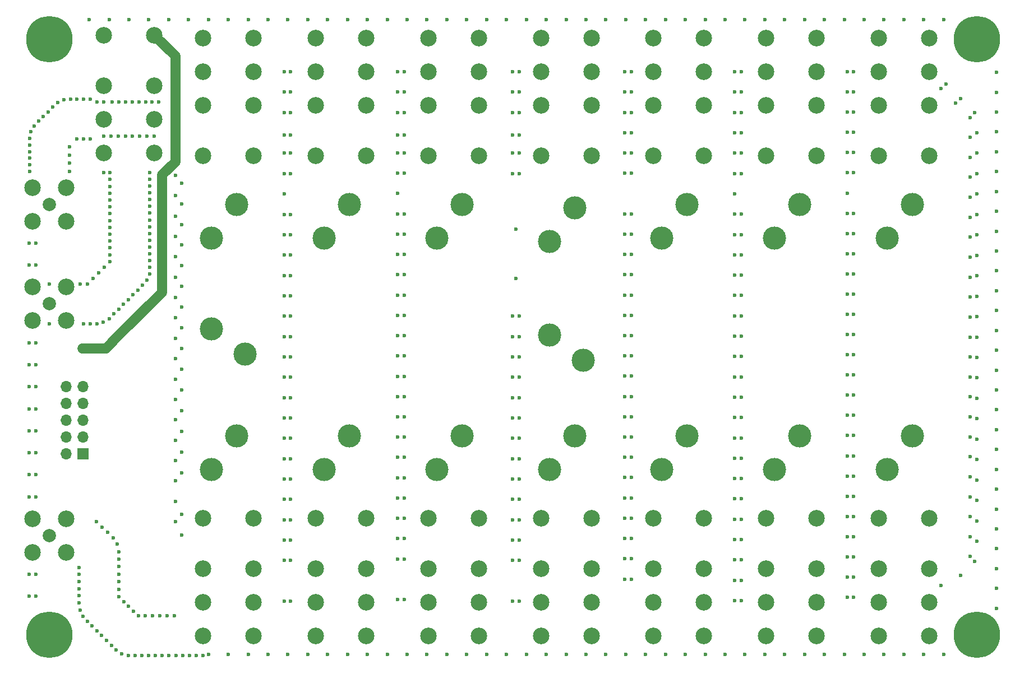
<source format=gbr>
%TF.GenerationSoftware,KiCad,Pcbnew,(5.1.5)-3*%
%TF.CreationDate,2020-05-03T15:54:47+02:00*%
%TF.ProjectId,LPF,4c50462e-6b69-4636-9164-5f7063625858,rev?*%
%TF.SameCoordinates,Original*%
%TF.FileFunction,Copper,L2,Inr*%
%TF.FilePolarity,Positive*%
%FSLAX46Y46*%
G04 Gerber Fmt 4.6, Leading zero omitted, Abs format (unit mm)*
G04 Created by KiCad (PCBNEW (5.1.5)-3) date 2020-05-03 15:54:47*
%MOMM*%
%LPD*%
G04 APERTURE LIST*
%ADD10C,2.500000*%
%ADD11R,1.700000X1.700000*%
%ADD12O,1.700000X1.700000*%
%ADD13C,3.500000*%
%ADD14C,2.499360*%
%ADD15C,1.998980*%
%ADD16C,7.000000*%
%ADD17C,0.600000*%
%ADD18C,1.500000*%
G04 APERTURE END LIST*
D10*
X79060000Y-43880000D03*
X71440000Y-43880000D03*
X79060000Y-51500000D03*
X71440000Y-51500000D03*
X79060000Y-56580000D03*
X71440000Y-56580000D03*
X79060000Y-61660000D03*
X71440000Y-61660000D03*
D11*
X68290000Y-107120000D03*
D12*
X65750000Y-107120000D03*
X68290000Y-104580000D03*
X65750000Y-104580000D03*
X68290000Y-102040000D03*
X65750000Y-102040000D03*
X68290000Y-99500000D03*
X65750000Y-99500000D03*
X68290000Y-96960000D03*
X65750000Y-96960000D03*
D13*
X138710000Y-75040000D03*
X142520000Y-69960000D03*
X91520000Y-69460000D03*
X87710000Y-74540000D03*
X193520000Y-69460000D03*
X189710000Y-74540000D03*
X172710000Y-74540000D03*
X176520000Y-69460000D03*
X155710000Y-74540000D03*
X159520000Y-69460000D03*
X125520000Y-69460000D03*
X121710000Y-74540000D03*
X104710000Y-74540000D03*
X108520000Y-69460000D03*
X87710000Y-88230000D03*
X92790000Y-92040000D03*
X138710000Y-89230000D03*
X143790000Y-93040000D03*
X193520000Y-104460000D03*
X189710000Y-109540000D03*
X172710000Y-109540000D03*
X176520000Y-104460000D03*
X159520000Y-104460000D03*
X155710000Y-109540000D03*
X121710000Y-109540000D03*
X125520000Y-104460000D03*
X104710000Y-109540000D03*
X108520000Y-104460000D03*
X87710000Y-109540000D03*
X91520000Y-104460000D03*
X142520000Y-104460000D03*
X138710000Y-109540000D03*
D14*
X65790000Y-81960000D03*
X60710000Y-81960000D03*
X60710000Y-87040000D03*
X65790000Y-87040000D03*
D15*
X63250000Y-84500000D03*
X63250000Y-119500000D03*
D14*
X65790000Y-122040000D03*
X60710000Y-122040000D03*
X60710000Y-116960000D03*
X65790000Y-116960000D03*
D15*
X63250000Y-69500000D03*
D14*
X65790000Y-72040000D03*
X60710000Y-72040000D03*
X60710000Y-66960000D03*
X65790000Y-66960000D03*
D10*
X188440000Y-62120000D03*
X196060000Y-62120000D03*
X188440000Y-54500000D03*
X196060000Y-54500000D03*
X188440000Y-49420000D03*
X196060000Y-49420000D03*
X188440000Y-44340000D03*
X196060000Y-44340000D03*
X179060000Y-44340000D03*
X171440000Y-44340000D03*
X179060000Y-49420000D03*
X171440000Y-49420000D03*
X179060000Y-54500000D03*
X171440000Y-54500000D03*
X179060000Y-62120000D03*
X171440000Y-62120000D03*
X154440000Y-62120000D03*
X162060000Y-62120000D03*
X154440000Y-54500000D03*
X162060000Y-54500000D03*
X154440000Y-49420000D03*
X162060000Y-49420000D03*
X154440000Y-44340000D03*
X162060000Y-44340000D03*
X145060000Y-44340000D03*
X137440000Y-44340000D03*
X145060000Y-49420000D03*
X137440000Y-49420000D03*
X145060000Y-54500000D03*
X137440000Y-54500000D03*
X145060000Y-62120000D03*
X137440000Y-62120000D03*
X128060000Y-44340000D03*
X120440000Y-44340000D03*
X128060000Y-49420000D03*
X120440000Y-49420000D03*
X128060000Y-54500000D03*
X120440000Y-54500000D03*
X128060000Y-62120000D03*
X120440000Y-62120000D03*
X103440000Y-62120000D03*
X111060000Y-62120000D03*
X103440000Y-54500000D03*
X111060000Y-54500000D03*
X103440000Y-49420000D03*
X111060000Y-49420000D03*
X103440000Y-44340000D03*
X111060000Y-44340000D03*
X94060000Y-44340000D03*
X86440000Y-44340000D03*
X94060000Y-49420000D03*
X86440000Y-49420000D03*
X94060000Y-54500000D03*
X86440000Y-54500000D03*
X94060000Y-62120000D03*
X86440000Y-62120000D03*
X196060000Y-116880000D03*
X188440000Y-116880000D03*
X196060000Y-124500000D03*
X188440000Y-124500000D03*
X196060000Y-129580000D03*
X188440000Y-129580000D03*
X196060000Y-134660000D03*
X188440000Y-134660000D03*
X171440000Y-134660000D03*
X179060000Y-134660000D03*
X171440000Y-129580000D03*
X179060000Y-129580000D03*
X171440000Y-124500000D03*
X179060000Y-124500000D03*
X171440000Y-116880000D03*
X179060000Y-116880000D03*
X162060000Y-116880000D03*
X154440000Y-116880000D03*
X162060000Y-124500000D03*
X154440000Y-124500000D03*
X162060000Y-129580000D03*
X154440000Y-129580000D03*
X162060000Y-134660000D03*
X154440000Y-134660000D03*
X137440000Y-134660000D03*
X145060000Y-134660000D03*
X137440000Y-129580000D03*
X145060000Y-129580000D03*
X137440000Y-124500000D03*
X145060000Y-124500000D03*
X137440000Y-116880000D03*
X145060000Y-116880000D03*
X120440000Y-134660000D03*
X128060000Y-134660000D03*
X120440000Y-129580000D03*
X128060000Y-129580000D03*
X120440000Y-124500000D03*
X128060000Y-124500000D03*
X120440000Y-116880000D03*
X128060000Y-116880000D03*
X111060000Y-116880000D03*
X103440000Y-116880000D03*
X111060000Y-124500000D03*
X103440000Y-124500000D03*
X111060000Y-129580000D03*
X103440000Y-129580000D03*
X111060000Y-134660000D03*
X103440000Y-134660000D03*
X94060000Y-116880000D03*
X86440000Y-116880000D03*
X94060000Y-124500000D03*
X86440000Y-124500000D03*
X94060000Y-129580000D03*
X86440000Y-129580000D03*
X94060000Y-134660000D03*
X86440000Y-134660000D03*
D16*
X63250000Y-44500000D03*
X203250000Y-44500000D03*
X203250000Y-134500000D03*
X63250000Y-134500000D03*
D17*
X60210000Y-75346666D03*
X60210000Y-78653333D03*
X61210000Y-78653333D03*
X61210000Y-75346666D03*
X60210000Y-125346666D03*
X60210000Y-128653333D03*
X61210000Y-128653333D03*
X61210000Y-125346666D03*
X60210000Y-90364444D03*
X60210000Y-93688888D03*
X60210000Y-97013333D03*
X60210000Y-100337777D03*
X60210000Y-103662222D03*
X60210000Y-106986666D03*
X60210000Y-110311111D03*
X60210000Y-113635555D03*
X61210000Y-113635555D03*
X61210000Y-110311111D03*
X61210000Y-106986666D03*
X61210000Y-103662222D03*
X61210000Y-100337777D03*
X61210000Y-97013333D03*
X61210000Y-93688888D03*
X61210000Y-90364444D03*
X133170000Y-52496923D03*
X133170000Y-55573846D03*
X133170000Y-59000000D03*
X133170000Y-61727692D03*
X133170000Y-64804615D03*
X133170000Y-86343076D03*
X133170000Y-89420000D03*
X133170000Y-92496923D03*
X133170000Y-95573846D03*
X133170000Y-98650769D03*
X133170000Y-101727692D03*
X133170000Y-104804615D03*
X133170000Y-107881538D03*
X133170000Y-110958461D03*
X133170000Y-114035384D03*
X133170000Y-117112307D03*
X133170000Y-120189230D03*
X133170000Y-123266153D03*
X133170000Y-49420000D03*
X133170000Y-129420000D03*
X134170000Y-123266153D03*
X134170000Y-120189230D03*
X134170000Y-117112307D03*
X134170000Y-114035384D03*
X134170000Y-110958461D03*
X134170000Y-107881538D03*
X134170000Y-104804615D03*
X134170000Y-101727692D03*
X134170000Y-98650769D03*
X134170000Y-95573846D03*
X134170000Y-92496923D03*
X134170000Y-89420000D03*
X134170000Y-86343076D03*
X134170000Y-64804615D03*
X134170000Y-61727692D03*
X134170000Y-59000000D03*
X134170000Y-55573846D03*
X134170000Y-52496923D03*
X134170000Y-129420000D03*
X134170000Y-49420000D03*
X82250000Y-65055995D03*
X82250000Y-68135871D03*
X82250000Y-71215746D03*
X82250000Y-74295622D03*
X82250000Y-77375497D03*
X82250000Y-80455373D03*
X82250000Y-83535248D03*
X82250000Y-86615124D03*
X82250000Y-89695000D03*
X82250000Y-92774875D03*
X82250000Y-95854751D03*
X82250000Y-98934626D03*
X82250000Y-102014502D03*
X82250000Y-105094377D03*
X82250000Y-108174253D03*
X82250000Y-111254128D03*
X82250000Y-114334004D03*
X82250000Y-117413879D03*
X83250000Y-119424129D03*
X83250000Y-116294747D03*
X83250000Y-110035983D03*
X83250000Y-106906601D03*
X83250000Y-103777219D03*
X83250000Y-100647837D03*
X83250000Y-97518455D03*
X83250000Y-94389073D03*
X83250000Y-91259691D03*
X83250000Y-88130308D03*
X83250000Y-85000926D03*
X83250000Y-81871544D03*
X83250000Y-78742162D03*
X83250000Y-75612780D03*
X83250000Y-72483398D03*
X83250000Y-69354016D03*
X83250000Y-66224634D03*
X200781836Y-125565270D03*
X202965977Y-123381129D03*
X203250000Y-120388419D03*
X203250000Y-117299577D03*
X203250000Y-114210735D03*
X203250000Y-111121893D03*
X203250000Y-108033051D03*
X203250000Y-104944209D03*
X203250000Y-101855367D03*
X203250000Y-98766525D03*
X203250000Y-95677683D03*
X203250000Y-92588841D03*
X203250000Y-89499999D03*
X203250000Y-86411157D03*
X203250000Y-83322316D03*
X203250000Y-80233474D03*
X203250000Y-77144632D03*
X203250000Y-74055790D03*
X203250000Y-70966948D03*
X203250000Y-67878106D03*
X203250000Y-64789264D03*
X203250000Y-61700422D03*
X203250000Y-58611580D03*
X202965977Y-55618870D03*
X200781836Y-53434729D03*
X198597695Y-51250588D03*
X197887632Y-51954737D03*
X200068816Y-54135921D03*
X202250000Y-59333732D03*
X202250000Y-62350359D03*
X202250000Y-65366986D03*
X202250000Y-68383612D03*
X202250000Y-71400239D03*
X202250000Y-74416866D03*
X202250000Y-77433493D03*
X202250000Y-80450119D03*
X202250000Y-83466746D03*
X202250000Y-86483373D03*
X202250000Y-89500000D03*
X202250000Y-92516626D03*
X202250000Y-95533253D03*
X202250000Y-98549880D03*
X202250000Y-101566506D03*
X202250000Y-104583133D03*
X202250000Y-107599760D03*
X202250000Y-110616387D03*
X202250000Y-113633013D03*
X202250000Y-116649640D03*
X202250000Y-119666267D03*
X197887632Y-127045262D03*
X202250000Y-56317106D03*
X202250000Y-122682894D03*
X183670000Y-52474230D03*
X183670000Y-55528461D03*
X183670000Y-58582692D03*
X183670000Y-61636923D03*
X183670000Y-64691153D03*
X183670000Y-67745384D03*
X183670000Y-70799615D03*
X183670000Y-73853846D03*
X183670000Y-76908076D03*
X183670000Y-79962307D03*
X183670000Y-83016538D03*
X183670000Y-86070769D03*
X183670000Y-89125000D03*
X183670000Y-92179230D03*
X183670000Y-95233461D03*
X183670000Y-98287692D03*
X183670000Y-101341923D03*
X183670000Y-104396153D03*
X183670000Y-107450384D03*
X183670000Y-110504615D03*
X183670000Y-113558846D03*
X183670000Y-116613076D03*
X183670000Y-119667307D03*
X183670000Y-122721538D03*
X183670000Y-125775769D03*
X183670000Y-49420000D03*
X183670000Y-128830000D03*
X184670000Y-125775769D03*
X184670000Y-122721538D03*
X184670000Y-119667307D03*
X184670000Y-116613076D03*
X184670000Y-113558846D03*
X184670000Y-110504615D03*
X184670000Y-107450384D03*
X184670000Y-104396153D03*
X184670000Y-101341923D03*
X184670000Y-98287692D03*
X184670000Y-95233461D03*
X184670000Y-92179230D03*
X184670000Y-89125000D03*
X184670000Y-86070769D03*
X184670000Y-83016538D03*
X184670000Y-79962307D03*
X184670000Y-76908076D03*
X184670000Y-73853846D03*
X184670000Y-70799615D03*
X184670000Y-64691153D03*
X184670000Y-61636923D03*
X184670000Y-58582692D03*
X184670000Y-55528461D03*
X184670000Y-52474230D03*
X184670000Y-128830000D03*
X184670000Y-49420000D03*
X166670000Y-52493461D03*
X166670000Y-55566923D03*
X166670000Y-58640384D03*
X166670000Y-61713846D03*
X166670000Y-64787307D03*
X166670000Y-67860769D03*
X166670000Y-70934230D03*
X166670000Y-74007692D03*
X166670000Y-77081153D03*
X166670000Y-80154615D03*
X166670000Y-83228076D03*
X166670000Y-86301538D03*
X166670000Y-89375000D03*
X166670000Y-92448461D03*
X166670000Y-95521923D03*
X166670000Y-98595384D03*
X166670000Y-101668846D03*
X166670000Y-104742307D03*
X166670000Y-107815769D03*
X166670000Y-110889230D03*
X166670000Y-113962692D03*
X166670000Y-117036153D03*
X166670000Y-120109615D03*
X166670000Y-123183076D03*
X166670000Y-126256538D03*
X166670000Y-49420000D03*
X166670000Y-129330000D03*
X167670000Y-126256538D03*
X167670000Y-123183076D03*
X167670000Y-120109615D03*
X167670000Y-117036153D03*
X167670000Y-113962692D03*
X167670000Y-110889230D03*
X167670000Y-107815769D03*
X167670000Y-104742307D03*
X167670000Y-101668846D03*
X167670000Y-98595384D03*
X167670000Y-95521923D03*
X167670000Y-92448461D03*
X167670000Y-89375000D03*
X167670000Y-86301538D03*
X167670000Y-83228076D03*
X167670000Y-80154615D03*
X167670000Y-77081153D03*
X167670000Y-74007692D03*
X167670000Y-70934230D03*
X167670000Y-64787307D03*
X167670000Y-61713846D03*
X167670000Y-58640384D03*
X167670000Y-55566923D03*
X167670000Y-52493461D03*
X167670000Y-129330000D03*
X167670000Y-49420000D03*
X150080000Y-52486400D03*
X150080000Y-55552800D03*
X150080000Y-58619200D03*
X150080000Y-61685600D03*
X150080000Y-64752000D03*
X150080000Y-70884800D03*
X150080000Y-73951200D03*
X150080000Y-77017600D03*
X150080000Y-80084000D03*
X150080000Y-83150400D03*
X150080000Y-86216800D03*
X150080000Y-89283200D03*
X150080000Y-92349600D03*
X150080000Y-95416000D03*
X150080000Y-98482400D03*
X150080000Y-101548800D03*
X150080000Y-104615200D03*
X150080000Y-107681600D03*
X150080000Y-110748000D03*
X150080000Y-113814400D03*
X150080000Y-116880800D03*
X150080000Y-119947200D03*
X150080000Y-123013600D03*
X150080000Y-49420000D03*
X150080000Y-126080000D03*
X151080000Y-123013600D03*
X151080000Y-119947200D03*
X151080000Y-116880800D03*
X151080000Y-113814400D03*
X151080000Y-110748000D03*
X151080000Y-107681600D03*
X151080000Y-104615200D03*
X151080000Y-101548800D03*
X151080000Y-98482400D03*
X151080000Y-95416000D03*
X151080000Y-92349600D03*
X151080000Y-89283200D03*
X151080000Y-86216800D03*
X151080000Y-83150400D03*
X151080000Y-80084000D03*
X151080000Y-77017600D03*
X151080000Y-73951200D03*
X151080000Y-70884800D03*
X151080000Y-64752000D03*
X151080000Y-61685600D03*
X151080000Y-58619200D03*
X151080000Y-55552800D03*
X151080000Y-52486400D03*
X151080000Y-126080000D03*
X151080000Y-49420000D03*
X98670000Y-52496923D03*
X98670000Y-55573846D03*
X98670000Y-59000000D03*
X98670000Y-61727692D03*
X98670000Y-64804615D03*
X98670000Y-67881538D03*
X98670000Y-70958461D03*
X98670000Y-74035384D03*
X98670000Y-77112307D03*
X98670000Y-80189230D03*
X98670000Y-83266153D03*
X98670000Y-86343076D03*
X98670000Y-89420000D03*
X98670000Y-92496923D03*
X98670000Y-95573846D03*
X98670000Y-98650769D03*
X98670000Y-101727692D03*
X98670000Y-104804615D03*
X98670000Y-107881538D03*
X98670000Y-110958461D03*
X98670000Y-114035384D03*
X98670000Y-117112307D03*
X98670000Y-120189230D03*
X98670000Y-123266153D03*
X98670000Y-49420000D03*
X98670000Y-129420000D03*
X99670000Y-123266153D03*
X99670000Y-120189230D03*
X99670000Y-117112307D03*
X99670000Y-114035384D03*
X99670000Y-110958461D03*
X99670000Y-107881538D03*
X99670000Y-104804615D03*
X99670000Y-101727692D03*
X99670000Y-98650769D03*
X99670000Y-95573846D03*
X99670000Y-92496923D03*
X99670000Y-89420000D03*
X99670000Y-86343076D03*
X99670000Y-83266153D03*
X99670000Y-80189230D03*
X99670000Y-77112307D03*
X99670000Y-74035384D03*
X99670000Y-70958461D03*
X99670000Y-64804615D03*
X99670000Y-61727692D03*
X99670000Y-59000000D03*
X99670000Y-55573846D03*
X99670000Y-52496923D03*
X99670000Y-129420000D03*
X99670000Y-49420000D03*
X115830000Y-52487307D03*
X115830000Y-55554615D03*
X115830000Y-59000000D03*
X115830000Y-61689230D03*
X115830000Y-64756538D03*
X115830000Y-67823846D03*
X115830000Y-70891153D03*
X115830000Y-73958461D03*
X115830000Y-77025769D03*
X115830000Y-80093076D03*
X115830000Y-83160384D03*
X115830000Y-86227692D03*
X115830000Y-89295000D03*
X115830000Y-92362307D03*
X115830000Y-95429615D03*
X115830000Y-98496923D03*
X115830000Y-101564230D03*
X115830000Y-104631538D03*
X115830000Y-107698846D03*
X115830000Y-110766153D03*
X115830000Y-113833461D03*
X115830000Y-116900769D03*
X115830000Y-119968076D03*
X115830000Y-123035384D03*
X115830000Y-49420000D03*
X115830000Y-129170000D03*
X116830000Y-123035384D03*
X116830000Y-119968076D03*
X116830000Y-116900769D03*
X116830000Y-113833461D03*
X116830000Y-110766153D03*
X116830000Y-107698846D03*
X116830000Y-104631538D03*
X116830000Y-101564230D03*
X116830000Y-98496923D03*
X116830000Y-95429615D03*
X116830000Y-92362307D03*
X116830000Y-89295000D03*
X116830000Y-86227692D03*
X116830000Y-83160384D03*
X116830000Y-80093076D03*
X116830000Y-77025769D03*
X116830000Y-73958461D03*
X116830000Y-70891153D03*
X116830000Y-64756538D03*
X116830000Y-61689230D03*
X116830000Y-59000000D03*
X116830000Y-55554615D03*
X116830000Y-52487307D03*
X116830000Y-129170000D03*
X116830000Y-49420000D03*
X67750000Y-124316331D03*
X67750000Y-125390023D03*
X67750000Y-126463715D03*
X67750000Y-127537407D03*
X67750000Y-128611099D03*
X67750000Y-129684791D03*
X68266017Y-131682209D03*
X68951807Y-132444446D03*
X69678246Y-133170885D03*
X70404685Y-133897324D03*
X71131124Y-134623763D03*
X71857564Y-135350203D03*
X72584003Y-136076642D03*
X73310553Y-136802969D03*
X74152049Y-137383519D03*
X75139628Y-137647791D03*
X76166601Y-137660000D03*
X77193941Y-137660000D03*
X78221281Y-137660000D03*
X79248621Y-137660000D03*
X80275961Y-137660000D03*
X81303301Y-137660000D03*
X82330641Y-137660000D03*
X83357981Y-137660000D03*
X84385321Y-137660000D03*
X85412661Y-137660000D03*
X67845373Y-130750428D03*
X86440000Y-137660000D03*
X82090063Y-131660000D03*
X81002578Y-131660000D03*
X79915094Y-131660000D03*
X78827609Y-131660000D03*
X77740125Y-131660000D03*
X75926980Y-130934340D03*
X75201320Y-130208680D03*
X74475660Y-129483020D03*
X73750000Y-127619735D03*
X73750000Y-126482111D03*
X73750000Y-125344487D03*
X73750000Y-124206863D03*
X73750000Y-123069239D03*
X73500149Y-120801382D03*
X72841962Y-119849321D03*
X72018415Y-119025774D03*
X71194868Y-118202227D03*
X76652640Y-131660000D03*
X73750000Y-128757360D03*
X73749221Y-121931621D03*
X70371320Y-117378680D03*
X66250000Y-63247546D03*
X66250000Y-61995093D03*
X68419480Y-59580000D03*
X69426320Y-59580000D03*
X66250000Y-64500000D03*
X66250000Y-60742640D03*
X67412640Y-59580000D03*
X70434111Y-54000000D03*
X69428222Y-53580000D03*
X68422333Y-53580000D03*
X67416444Y-53580000D03*
X66410555Y-53580000D03*
X65412941Y-53677094D03*
X64499901Y-54087858D03*
X63751046Y-54756314D03*
X63039775Y-55467585D03*
X62328504Y-56178856D03*
X61617233Y-56890127D03*
X60918052Y-57612669D03*
X60426887Y-58485095D03*
X60250145Y-59470554D03*
X60250000Y-60476443D03*
X60250000Y-61482332D03*
X60250000Y-62488221D03*
X60250000Y-63494110D03*
X71440000Y-54000000D03*
X60250000Y-64500000D03*
X68354505Y-87500000D03*
X69375406Y-87500000D03*
X70396249Y-87496433D03*
X71387982Y-87275787D03*
X72249199Y-86736784D03*
X72974352Y-86018288D03*
X73696238Y-85296402D03*
X74418124Y-84574516D03*
X75140010Y-83852630D03*
X75861896Y-83130744D03*
X76583782Y-82408858D03*
X77305668Y-81686972D03*
X77965264Y-80911824D03*
X78343359Y-79968816D03*
X78410000Y-78952613D03*
X78410000Y-77931712D03*
X78410000Y-76910811D03*
X78410000Y-75889910D03*
X78410000Y-74869009D03*
X78410000Y-73848108D03*
X78410000Y-72827207D03*
X78410000Y-71806306D03*
X78410000Y-70785405D03*
X78410000Y-69764504D03*
X78410000Y-68743603D03*
X78410000Y-67722702D03*
X78410000Y-66701801D03*
X78410000Y-65680900D03*
X63250000Y-87500000D03*
X78410000Y-64660000D03*
X77971429Y-59160000D03*
X76882858Y-59160000D03*
X75794286Y-59160000D03*
X74705715Y-59160000D03*
X73617143Y-59160000D03*
X72528572Y-59160000D03*
X79060000Y-59160000D03*
X71440000Y-59160000D03*
X72410000Y-65693643D03*
X72410000Y-66727286D03*
X72410000Y-67760929D03*
X72410000Y-68794572D03*
X72410000Y-69828215D03*
X72410000Y-70861858D03*
X72410000Y-71895501D03*
X72410000Y-72929144D03*
X72410000Y-73962787D03*
X72410000Y-74996430D03*
X72410000Y-76030073D03*
X72410000Y-77063716D03*
X71559340Y-78948020D03*
X70708680Y-79798680D03*
X69858020Y-80649340D03*
X67855888Y-81500000D03*
X71440000Y-64660000D03*
X72410000Y-64660000D03*
X72410000Y-78097360D03*
X69007360Y-81500000D03*
X63250000Y-81500000D03*
X72750000Y-54000000D03*
X73750000Y-54000000D03*
X74750000Y-54000000D03*
X75750000Y-54000000D03*
X76750000Y-54000000D03*
X77750000Y-54000000D03*
X77750000Y-54000000D03*
X78750000Y-54000000D03*
X79750000Y-54000000D03*
X198250000Y-137500000D03*
X195250000Y-137500000D03*
X192250000Y-137500000D03*
X189250000Y-137500000D03*
X186250000Y-137500000D03*
X183250000Y-137500000D03*
X180250000Y-137500000D03*
X177250000Y-137500000D03*
X174250000Y-137500000D03*
X171250000Y-137500000D03*
X168250000Y-137500000D03*
X165250000Y-137500000D03*
X162250000Y-137500000D03*
X159250000Y-137500000D03*
X156250000Y-137500000D03*
X153250000Y-137500000D03*
X150250000Y-137500000D03*
X147250000Y-137500000D03*
X144250000Y-137500000D03*
X141250000Y-137500000D03*
X138250000Y-137500000D03*
X135250000Y-137500000D03*
X132250000Y-137500000D03*
X129250000Y-137500000D03*
X126250000Y-137500000D03*
X123250000Y-137500000D03*
X120250000Y-137500000D03*
X117250000Y-137500000D03*
X114250000Y-137500000D03*
X111250000Y-137500000D03*
X108250000Y-137500000D03*
X105250000Y-137500000D03*
X102250000Y-137500000D03*
X99250000Y-137500000D03*
X96250000Y-137500000D03*
X93250000Y-137500000D03*
X90250000Y-137500000D03*
X87250000Y-137500000D03*
X198250000Y-41500000D03*
X195250000Y-41500000D03*
X192250000Y-41500000D03*
X189250000Y-41500000D03*
X186250000Y-41500000D03*
X183250000Y-41500000D03*
X180250000Y-41500000D03*
X177250000Y-41500000D03*
X174250000Y-41500000D03*
X171250000Y-41500000D03*
X168250000Y-41500000D03*
X165250000Y-41500000D03*
X162250000Y-41500000D03*
X159250000Y-41500000D03*
X156250000Y-41500000D03*
X153250000Y-41500000D03*
X150250000Y-41500000D03*
X147250000Y-41500000D03*
X144250000Y-41500000D03*
X141250000Y-41500000D03*
X138250000Y-41500000D03*
X135250000Y-41500000D03*
X132250000Y-41500000D03*
X129250000Y-41500000D03*
X126250000Y-41500000D03*
X123250000Y-41500000D03*
X120250000Y-41500000D03*
X117250000Y-41500000D03*
X114250000Y-41500000D03*
X111250000Y-41500000D03*
X108250000Y-41500000D03*
X105250000Y-41500000D03*
X102250000Y-41500000D03*
X99250000Y-41500000D03*
X96250000Y-41500000D03*
X93250000Y-41500000D03*
X90250000Y-41500000D03*
X87250000Y-41500000D03*
X84250000Y-41500000D03*
X81250000Y-41500000D03*
X78250000Y-41500000D03*
X75250000Y-41500000D03*
X72250000Y-41500000D03*
X69250000Y-41500000D03*
X206250000Y-49500000D03*
X206250000Y-52500000D03*
X206250000Y-55500000D03*
X206250000Y-58500000D03*
X206250000Y-61500000D03*
X206250000Y-64500000D03*
X206250000Y-67500000D03*
X206250000Y-70500000D03*
X206250000Y-73500000D03*
X206250000Y-76500000D03*
X206250000Y-79500000D03*
X206250000Y-82500000D03*
X206250000Y-85500000D03*
X206250000Y-88500000D03*
X206250000Y-91500000D03*
X206250000Y-94500000D03*
X206250000Y-97500000D03*
X206250000Y-100500000D03*
X206250000Y-103500000D03*
X206250000Y-106500000D03*
X206250000Y-109500000D03*
X206250000Y-112500000D03*
X206250000Y-115500000D03*
X206250000Y-118500000D03*
X206250000Y-121500000D03*
X206250000Y-124500000D03*
X206250000Y-127500000D03*
X206250000Y-130500000D03*
X133670000Y-80670000D03*
X133670000Y-73170000D03*
X133670000Y-73170000D03*
X73250000Y-89750000D03*
X72250000Y-90750000D03*
X70750000Y-91250000D03*
X69500000Y-91250000D03*
X68250000Y-91250000D03*
D18*
X82250000Y-63000000D02*
X82250000Y-47070000D01*
X80250000Y-65000000D02*
X82250000Y-63000000D01*
X73250000Y-89750000D02*
X80250000Y-82750000D01*
X82250000Y-47070000D02*
X79060000Y-43880000D01*
X80250000Y-82750000D02*
X80250000Y-65000000D01*
X73250000Y-89750000D02*
X72250000Y-90750000D01*
X72250000Y-90750000D02*
X71750000Y-91250000D01*
X71750000Y-91250000D02*
X70750000Y-91250000D01*
X70750000Y-91250000D02*
X69500000Y-91250000D01*
X69500000Y-91250000D02*
X68250000Y-91250000D01*
M02*

</source>
